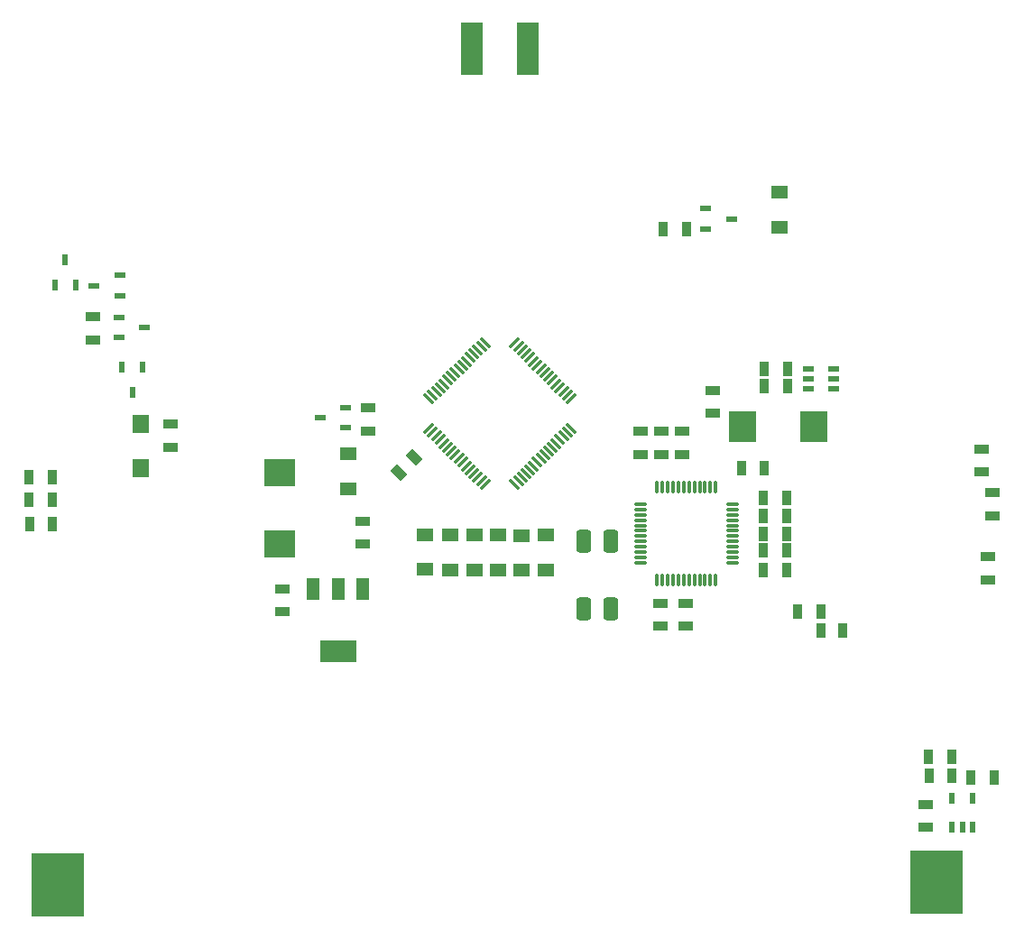
<source format=gbp>
G04*
G04 #@! TF.GenerationSoftware,Altium Limited,Altium Designer,21.0.8 (223)*
G04*
G04 Layer_Color=128*
%FSLAX44Y44*%
%MOMM*%
G71*
G04*
G04 #@! TF.SameCoordinates,C7DFD244-51E8-418D-9BDC-30C7F22D4A59*
G04*
G04*
G04 #@! TF.FilePolarity,Positive*
G04*
G01*
G75*
G04:AMPARAMS|DCode=20|XSize=1.4mm|YSize=0.9mm|CornerRadius=0mm|HoleSize=0mm|Usage=FLASHONLY|Rotation=135.000|XOffset=0mm|YOffset=0mm|HoleType=Round|Shape=Rectangle|*
%AMROTATEDRECTD20*
4,1,4,0.8132,-0.1768,0.1768,-0.8132,-0.8132,0.1768,-0.1768,0.8132,0.8132,-0.1768,0.0*
%
%ADD20ROTATEDRECTD20*%

%ADD21R,1.4000X0.9000*%
%ADD22R,0.9000X1.4000*%
%ADD23R,0.8500X1.3500*%
%ADD25R,2.0000X5.0000*%
%ADD67R,5.0000X6.0000*%
%ADD68R,1.3500X0.8500*%
%ADD69R,3.0000X2.6000*%
%ADD70R,1.0000X0.6000*%
%ADD71R,0.6000X1.0000*%
%ADD72R,1.6000X1.2500*%
%ADD73O,1.3000X0.3000*%
%ADD74O,0.3000X1.3000*%
%ADD75R,2.6000X3.0000*%
%ADD76R,1.1000X0.6000*%
%ADD77R,0.6000X1.0500*%
G04:AMPARAMS|DCode=78|XSize=0.3mm|YSize=1.4mm|CornerRadius=0mm|HoleSize=0mm|Usage=FLASHONLY|Rotation=45.000|XOffset=0mm|YOffset=0mm|HoleType=Round|Shape=Round|*
%AMOVALD78*
21,1,1.1000,0.3000,0.0000,0.0000,135.0*
1,1,0.3000,0.3889,-0.3889*
1,1,0.3000,-0.3889,0.3889*
%
%ADD78OVALD78*%

G04:AMPARAMS|DCode=79|XSize=0.3mm|YSize=1.4mm|CornerRadius=0mm|HoleSize=0mm|Usage=FLASHONLY|Rotation=315.000|XOffset=0mm|YOffset=0mm|HoleType=Round|Shape=Round|*
%AMOVALD79*
21,1,1.1000,0.3000,0.0000,0.0000,45.0*
1,1,0.3000,-0.3889,-0.3889*
1,1,0.3000,0.3889,0.3889*
%
%ADD79OVALD79*%

%ADD80R,1.3000X2.1500*%
%ADD81R,3.5000X2.1500*%
G04:AMPARAMS|DCode=82|XSize=2.2mm|YSize=1.4mm|CornerRadius=0.35mm|HoleSize=0mm|Usage=FLASHONLY|Rotation=90.000|XOffset=0mm|YOffset=0mm|HoleType=Round|Shape=RoundedRectangle|*
%AMROUNDEDRECTD82*
21,1,2.2000,0.7000,0,0,90.0*
21,1,1.5000,1.4000,0,0,90.0*
1,1,0.7000,0.3500,0.7500*
1,1,0.7000,0.3500,-0.7500*
1,1,0.7000,-0.3500,-0.7500*
1,1,0.7000,-0.3500,0.7500*
%
%ADD82ROUNDEDRECTD82*%
%ADD83R,1.5000X1.8000*%
D20*
X419675Y589175D02*
D03*
X404825Y574325D02*
D03*
D21*
X899500Y263250D02*
D03*
Y242250D02*
D03*
X952000Y596500D02*
D03*
X674250Y431000D02*
D03*
X651000Y431000D02*
D03*
X371621Y529000D02*
D03*
X296000Y444500D02*
D03*
X952000Y575500D02*
D03*
X674250Y452000D02*
D03*
X651000Y452000D02*
D03*
X296000Y465500D02*
D03*
X371621Y508000D02*
D03*
D22*
X903000Y289750D02*
D03*
X924000D02*
D03*
X726710Y578770D02*
D03*
X747710D02*
D03*
X822000Y426500D02*
D03*
X58980Y526270D02*
D03*
X801000Y426500D02*
D03*
X79980Y526270D02*
D03*
D23*
X675250Y803250D02*
D03*
X653250D02*
D03*
X80250Y549250D02*
D03*
X58250D02*
D03*
X58000Y570000D02*
D03*
X80000D02*
D03*
X902500Y307500D02*
D03*
X924500D02*
D03*
X963750Y288750D02*
D03*
X941750D02*
D03*
X747750Y656000D02*
D03*
X769750D02*
D03*
X747750Y672250D02*
D03*
X769750D02*
D03*
X769000Y483000D02*
D03*
X768750Y550750D02*
D03*
X746750Y550750D02*
D03*
X768750Y534250D02*
D03*
X746750D02*
D03*
X747000Y501500D02*
D03*
X769000Y501500D02*
D03*
X747000Y483000D02*
D03*
X747000Y517250D02*
D03*
X769000Y517250D02*
D03*
X779000Y444000D02*
D03*
X801000D02*
D03*
D25*
X474000Y972500D02*
D03*
X526000D02*
D03*
D67*
X84926Y187870D02*
D03*
X909926Y190370D02*
D03*
D68*
X671250Y591500D02*
D03*
Y613500D02*
D03*
X190750Y620500D02*
D03*
Y598500D02*
D03*
X118250Y699000D02*
D03*
Y721000D02*
D03*
X376250Y635750D02*
D03*
Y613750D02*
D03*
X699500Y630062D02*
D03*
Y652063D02*
D03*
X958000Y474000D02*
D03*
Y496000D02*
D03*
X962000Y533750D02*
D03*
Y555750D02*
D03*
X632000Y613500D02*
D03*
Y591500D02*
D03*
X651750Y613500D02*
D03*
Y591500D02*
D03*
D69*
X293520Y574613D02*
D03*
Y507613D02*
D03*
D70*
X143250Y759750D02*
D03*
X143250Y740750D02*
D03*
X119250Y750250D02*
D03*
X166500Y711000D02*
D03*
X142500Y720500D02*
D03*
Y701500D02*
D03*
X693250Y803250D02*
D03*
X717250Y812750D02*
D03*
X693250Y822250D02*
D03*
X355480Y616980D02*
D03*
X331480Y626480D02*
D03*
X355480Y635980D02*
D03*
D71*
X92250Y774750D02*
D03*
X82750Y750750D02*
D03*
X101750D02*
D03*
X155000Y650000D02*
D03*
X164500Y674000D02*
D03*
X145500D02*
D03*
D72*
X357750Y559500D02*
D03*
Y592000D02*
D03*
X762552Y837714D02*
D03*
Y805214D02*
D03*
X430000Y516250D02*
D03*
Y483750D02*
D03*
X543000Y483500D02*
D03*
Y516000D02*
D03*
X453500D02*
D03*
Y483500D02*
D03*
X498500D02*
D03*
Y516000D02*
D03*
X476500D02*
D03*
Y483500D02*
D03*
X520500Y483250D02*
D03*
Y515750D02*
D03*
D73*
X718250Y535000D02*
D03*
Y505000D02*
D03*
X631750Y510000D02*
D03*
Y545000D02*
D03*
Y540000D02*
D03*
Y535000D02*
D03*
Y530000D02*
D03*
Y525000D02*
D03*
Y520000D02*
D03*
Y515000D02*
D03*
Y505000D02*
D03*
Y500000D02*
D03*
Y495000D02*
D03*
Y490000D02*
D03*
X718250Y490000D02*
D03*
Y495000D02*
D03*
Y500000D02*
D03*
Y510000D02*
D03*
Y515000D02*
D03*
Y520000D02*
D03*
Y525000D02*
D03*
Y530000D02*
D03*
Y540000D02*
D03*
Y545000D02*
D03*
D74*
X702500Y560750D02*
D03*
X687500Y474250D02*
D03*
X672500D02*
D03*
X697500D02*
D03*
Y560750D02*
D03*
X692500D02*
D03*
X687500D02*
D03*
X682500Y560750D02*
D03*
X677500Y560750D02*
D03*
X672500Y560750D02*
D03*
X667500D02*
D03*
X662500D02*
D03*
X657500D02*
D03*
X652500D02*
D03*
X647500D02*
D03*
Y474250D02*
D03*
X652500D02*
D03*
X657500D02*
D03*
X662500D02*
D03*
X667500D02*
D03*
X677500D02*
D03*
X682500D02*
D03*
X692500D02*
D03*
X702500D02*
D03*
D75*
X727500Y617500D02*
D03*
X794500D02*
D03*
D76*
X813254Y662500D02*
D03*
X789062Y671898D02*
D03*
Y662500D02*
D03*
X789254Y653000D02*
D03*
X813254D02*
D03*
Y672000D02*
D03*
D77*
X934000Y242250D02*
D03*
X943500D02*
D03*
X924500D02*
D03*
Y268750D02*
D03*
X943500D02*
D03*
D78*
X482676Y693286D02*
D03*
X436714Y647324D02*
D03*
X527931Y577321D02*
D03*
X517324Y566714D02*
D03*
X433178Y643789D02*
D03*
X440249Y650860D02*
D03*
X443785Y654395D02*
D03*
X447321Y657931D02*
D03*
X450856Y661466D02*
D03*
X454392Y665002D02*
D03*
X457927Y668537D02*
D03*
X461463Y672073D02*
D03*
X464998Y675608D02*
D03*
X468534Y679144D02*
D03*
X472069Y682680D02*
D03*
X475605Y686215D02*
D03*
X479140Y689751D02*
D03*
X486212Y696821D02*
D03*
X566822Y616211D02*
D03*
X563286Y612676D02*
D03*
X559751Y609141D02*
D03*
X556215Y605605D02*
D03*
X552679Y602069D02*
D03*
X549144Y598534D02*
D03*
X545608Y594998D02*
D03*
X542073Y591463D02*
D03*
X538537Y587927D02*
D03*
X535002Y584392D02*
D03*
X531466Y580856D02*
D03*
X524395Y573785D02*
D03*
X520860Y570250D02*
D03*
X513788Y563178D02*
D03*
D79*
X563286Y647324D02*
D03*
X447321Y602069D02*
D03*
X486212Y563178D02*
D03*
X482676Y566714D02*
D03*
X479140Y570250D02*
D03*
X475605Y573785D02*
D03*
X472069Y577321D02*
D03*
X468534Y580856D02*
D03*
X464998Y584392D02*
D03*
X461463Y587927D02*
D03*
X457927Y591463D02*
D03*
X454392Y594998D02*
D03*
X450856Y598534D02*
D03*
X443785Y605605D02*
D03*
X440249Y609141D02*
D03*
X436714Y612676D02*
D03*
X433178Y616211D02*
D03*
X513788Y696821D02*
D03*
X517324Y693286D02*
D03*
X520860Y689751D02*
D03*
X524395Y686215D02*
D03*
X527931Y682680D02*
D03*
X531466Y679144D02*
D03*
X535002Y675608D02*
D03*
X538537Y672073D02*
D03*
X542073Y668537D02*
D03*
X545608Y665002D02*
D03*
X549144Y661466D02*
D03*
X552679Y657931D02*
D03*
X556215Y654395D02*
D03*
X559751Y650860D02*
D03*
X566822Y643789D02*
D03*
D80*
X348000Y465250D02*
D03*
X325000D02*
D03*
X371000D02*
D03*
D81*
X348000Y406750D02*
D03*
D82*
X578600Y447000D02*
D03*
X604000D02*
D03*
Y510000D02*
D03*
X578600D02*
D03*
D83*
X163125Y578500D02*
D03*
Y620500D02*
D03*
M02*

</source>
